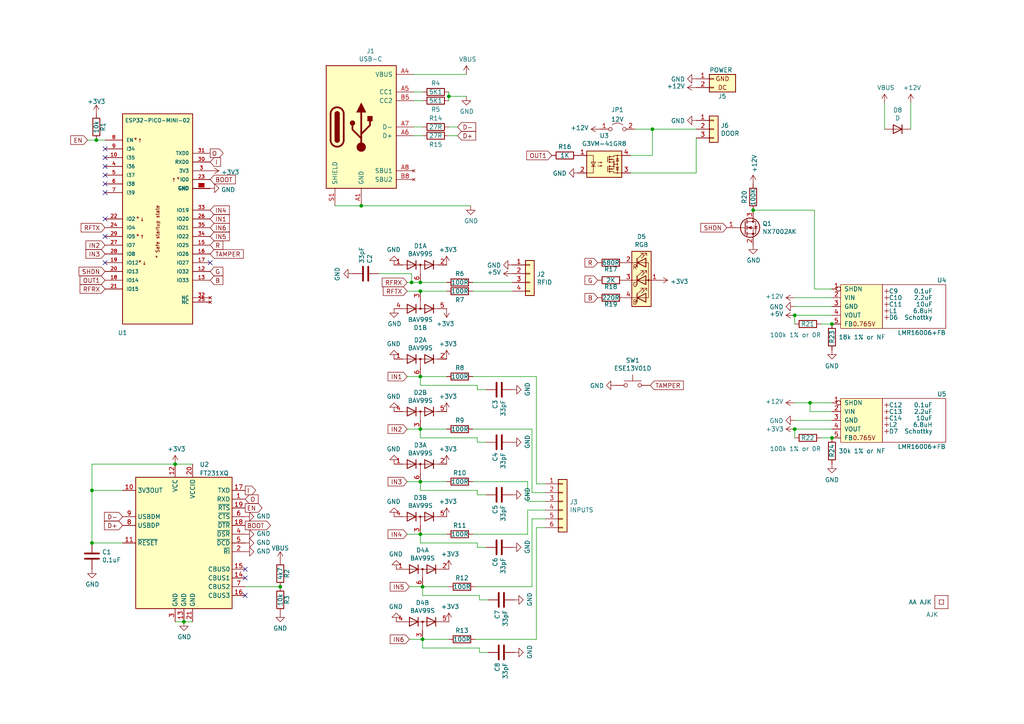
<source format=kicad_sch>
(kicad_sch (version 20211123) (generator eeschema)
  (paper "A4")
  (title_block (title "Access control") (date "${DATE}") (rev "3") (company "Adrian Kennard Andrews & Arnold Ltd") (comment 1 "@TheRealRevK") (comment 2 "www.me.uk"))
  (junction (at 121.92 124.46))
  (junction (at 122.555 170.18))
  (junction (at 104.775 59.69))
  (junction (at 241.3 127))
  (junction (at 81.28 170.18))
  (junction (at 121.92 81.915))
  (junction (at 241.3 93.98))
  (junction (at 189.23 37.465))
  (junction (at 26.67 157.48))
  (junction (at 121.92 139.7))
  (junction (at 53.34 180.34))
  (junction (at 122.555 185.42))
  (junction (at 130.175 27.94))
  (junction (at 26.67 142.24))
  (junction (at 121.92 109.22))
  (junction (at 230.505 124.46))
  (junction (at 50.8 134.62))
  (junction (at 119.38 81.915))
  (junction (at 234.95 116.84))
  (junction (at 121.92 84.455))
  (junction (at 27.94 40.64))
  (junction (at 230.505 91.44))
  (junction (at 218.44 60.96))
  (junction (at 121.92 154.94))
  (no_connect (at 71.12 167.64))
  (no_connect (at 71.12 165.1))
  (no_connect (at 71.12 172.72))
  (no_connect (at 30.48 50.8))
  (no_connect (at 30.48 43.18))
  (no_connect (at 30.48 45.72))
  (no_connect (at 30.48 48.26))
  (no_connect (at 60.96 76.2))
  (no_connect (at 30.48 53.34))
  (no_connect (at 30.48 55.88))
  (no_connect (at 30.48 63.5))
  (no_connect (at 30.48 68.58))
  (no_connect (at 30.48 76.2))
  (wire (pts (xy 122.555 187.96) (xy 139.065 187.96)))
  (wire (pts (xy 230.505 124.46) (xy 241.3 124.46)))
  (wire (pts (xy 138.43 111.76) (xy 138.43 113.03)))
  (wire (pts (xy 119.38 81.915) (xy 121.92 81.915)))
  (wire (pts (xy 137.16 154.94) (xy 153.035 154.94)))
  (wire (pts (xy 71.12 170.18) (xy 81.28 170.18)))
  (wire (pts (xy 104.775 59.69) (xy 136.525 59.69)))
  (wire (pts (xy 130.175 36.83) (xy 132.715 36.83)))
  (wire (pts (xy 122.555 170.18) (xy 130.175 170.18)))
  (wire (pts (xy 121.92 84.455) (xy 129.54 84.455)))
  (wire (pts (xy 154.305 170.18) (xy 154.305 150.495)))
  (wire (pts (xy 121.92 142.24) (xy 138.43 142.24)))
  (wire (pts (xy 201.93 40.005) (xy 201.93 50.165)))
  (wire (pts (xy 230.505 124.46) (xy 230.505 127)))
  (wire (pts (xy 121.92 109.22) (xy 129.54 109.22)))
  (wire (pts (xy 53.34 180.34) (xy 55.88 180.34)))
  (wire (pts (xy 25.4 40.64) (xy 27.94 40.64)))
  (wire (pts (xy 256.54 37.465) (xy 256.54 29.845)))
  (wire (pts (xy 26.67 142.24) (xy 26.67 134.62)))
  (wire (pts (xy 55.88 134.62) (xy 50.8 134.62)))
  (wire (pts (xy 137.16 139.7) (xy 153.035 139.7)))
  (wire (pts (xy 138.43 158.75) (xy 140.97 158.75)))
  (wire (pts (xy 230.505 91.44) (xy 241.3 91.44)))
  (wire (pts (xy 155.575 140.335) (xy 158.115 140.335)))
  (wire (pts (xy 230.505 86.36) (xy 241.3 86.36)))
  (wire (pts (xy 182.88 45.085) (xy 189.23 45.085)))
  (wire (pts (xy 121.92 139.7) (xy 129.54 139.7)))
  (wire (pts (xy 234.95 116.84) (xy 241.3 116.84)))
  (wire (pts (xy 120.015 36.83) (xy 122.555 36.83)))
  (wire (pts (xy 121.92 124.46) (xy 121.92 127)))
  (wire (pts (xy 230.505 116.84) (xy 234.95 116.84)))
  (wire (pts (xy 119.38 79.375) (xy 119.38 81.915)))
  (wire (pts (xy 230.505 121.92) (xy 241.3 121.92)))
  (wire (pts (xy 120.015 26.67) (xy 122.555 26.67)))
  (wire (pts (xy 155.575 153.035) (xy 158.115 153.035)))
  (wire (pts (xy 121.92 139.7) (xy 121.92 142.24)))
  (wire (pts (xy 130.175 39.37) (xy 132.715 39.37)))
  (wire (pts (xy 154.305 124.46) (xy 154.305 142.875)))
  (wire (pts (xy 236.22 60.96) (xy 236.22 83.82)))
  (wire (pts (xy 137.16 124.46) (xy 154.305 124.46)))
  (wire (pts (xy 137.16 109.22) (xy 155.575 109.22)))
  (wire (pts (xy 153.035 154.94) (xy 153.035 147.955)))
  (wire (pts (xy 138.43 128.27) (xy 140.97 128.27)))
  (wire (pts (xy 121.92 127) (xy 138.43 127)))
  (wire (pts (xy 234.95 116.84) (xy 234.95 119.38)))
  (wire (pts (xy 130.175 27.94) (xy 130.175 29.21)))
  (wire (pts (xy 230.505 91.44) (xy 230.505 93.98)))
  (wire (pts (xy 118.11 84.455) (xy 121.92 84.455)))
  (wire (pts (xy 182.88 50.165) (xy 201.93 50.165)))
  (wire (pts (xy 154.305 150.495) (xy 158.115 150.495)))
  (wire (pts (xy 230.505 88.9) (xy 241.3 88.9)))
  (wire (pts (xy 264.16 37.465) (xy 264.16 29.845)))
  (wire (pts (xy 118.745 185.42) (xy 122.555 185.42)))
  (wire (pts (xy 121.92 81.915) (xy 129.54 81.915)))
  (wire (pts (xy 153.035 147.955) (xy 158.115 147.955)))
  (wire (pts (xy 137.16 81.915) (xy 148.59 81.915)))
  (wire (pts (xy 138.43 142.24) (xy 138.43 143.51)))
  (wire (pts (xy 120.015 21.59) (xy 135.255 21.59)))
  (wire (pts (xy 118.11 124.46) (xy 121.92 124.46)))
  (wire (pts (xy 139.065 187.96) (xy 139.065 189.23)))
  (wire (pts (xy 122.555 172.72) (xy 139.065 172.72)))
  (wire (pts (xy 153.035 145.415) (xy 158.115 145.415)))
  (wire (pts (xy 138.43 113.03) (xy 140.97 113.03)))
  (wire (pts (xy 139.065 172.72) (xy 139.065 173.99)))
  (wire (pts (xy 26.67 134.62) (xy 50.8 134.62)))
  (wire (pts (xy 155.575 185.42) (xy 155.575 153.035)))
  (wire (pts (xy 189.23 37.465) (xy 184.15 37.465)))
  (wire (pts (xy 139.065 173.99) (xy 141.605 173.99)))
  (wire (pts (xy 138.43 143.51) (xy 140.97 143.51)))
  (wire (pts (xy 50.8 180.34) (xy 53.34 180.34)))
  (wire (pts (xy 121.92 154.94) (xy 121.92 157.48)))
  (wire (pts (xy 238.125 93.98) (xy 241.3 93.98)))
  (wire (pts (xy 139.065 189.23) (xy 141.605 189.23)))
  (wire (pts (xy 120.015 29.21) (xy 122.555 29.21)))
  (wire (pts (xy 236.22 83.82) (xy 241.3 83.82)))
  (wire (pts (xy 121.92 157.48) (xy 138.43 157.48)))
  (wire (pts (xy 122.555 185.42) (xy 130.175 185.42)))
  (wire (pts (xy 218.44 60.96) (xy 236.22 60.96)))
  (wire (pts (xy 153.035 139.7) (xy 153.035 145.415)))
  (wire (pts (xy 189.23 45.085) (xy 189.23 37.465)))
  (wire (pts (xy 109.855 79.375) (xy 119.38 79.375)))
  (wire (pts (xy 120.015 39.37) (xy 122.555 39.37)))
  (wire (pts (xy 118.745 170.18) (xy 122.555 170.18)))
  (wire (pts (xy 35.56 157.48) (xy 26.67 157.48)))
  (wire (pts (xy 135.255 27.94) (xy 130.175 27.94)))
  (wire (pts (xy 138.43 127) (xy 138.43 128.27)))
  (wire (pts (xy 121.92 109.22) (xy 121.92 111.76)))
  (wire (pts (xy 137.16 84.455) (xy 148.59 84.455)))
  (wire (pts (xy 121.92 124.46) (xy 129.54 124.46)))
  (wire (pts (xy 26.67 142.24) (xy 35.56 142.24)))
  (wire (pts (xy 122.555 170.18) (xy 122.555 172.72)))
  (wire (pts (xy 118.11 81.915) (xy 119.38 81.915)))
  (wire (pts (xy 130.175 26.67) (xy 130.175 27.94)))
  (wire (pts (xy 26.67 157.48) (xy 26.67 142.24)))
  (wire (pts (xy 137.795 185.42) (xy 155.575 185.42)))
  (wire (pts (xy 137.795 170.18) (xy 154.305 170.18)))
  (wire (pts (xy 118.11 109.22) (xy 121.92 109.22)))
  (wire (pts (xy 118.11 154.94) (xy 121.92 154.94)))
  (wire (pts (xy 121.92 111.76) (xy 138.43 111.76)))
  (wire (pts (xy 121.92 154.94) (xy 129.54 154.94)))
  (wire (pts (xy 122.555 185.42) (xy 122.555 187.96)))
  (wire (pts (xy 238.125 127) (xy 241.3 127)))
  (wire (pts (xy 189.23 37.465) (xy 201.93 37.465)))
  (wire (pts (xy 234.95 119.38) (xy 241.3 119.38)))
  (wire (pts (xy 155.575 109.22) (xy 155.575 140.335)))
  (wire (pts (xy 97.155 59.69) (xy 104.775 59.69)))
  (wire (pts (xy 154.305 142.875) (xy 158.115 142.875)))
  (wire (pts (xy 118.11 139.7) (xy 121.92 139.7)))
  (wire (pts (xy 27.94 40.64) (xy 30.48 40.64)))
  (wire (pts (xy 138.43 157.48) (xy 138.43 158.75)))
  (global_label "BOOT" (shape output) (at 71.12 152.4 0) (property "Intersheet References" "${INTERSHEET_REFS}" (effects hide)))
  (global_label "RFRX" (shape input) (at 118.11 81.915 180) (property "Intersheet References" "${INTERSHEET_REFS}" (effects hide)))
  (global_label "IN3" (shape input) (at 118.11 139.7 180) (property "Intersheet References" "${INTERSHEET_REFS}" (effects hide)))
  (global_label "I" (shape input) (at 60.96 46.99 0) (property "Intersheet References" "${INTERSHEET_REFS}" (effects hide)))
  (global_label "D+" (shape input) (at 35.56 152.4 180) (property "Intersheet References" "${INTERSHEET_REFS}" (effects hide)))
  (global_label "R" (shape input) (at 173.355 76.2 180) (property "Intersheet References" "${INTERSHEET_REFS}" (effects hide)))
  (global_label "O" (shape output) (at 60.96 44.45 0) (property "Intersheet References" "${INTERSHEET_REFS}" (effects hide)))
  (global_label "I" (shape output) (at 71.12 142.24 0) (property "Intersheet References" "${INTERSHEET_REFS}" (effects hide)))
  (global_label "G" (shape input) (at 173.355 81.28 180) (property "Intersheet References" "${INTERSHEET_REFS}" (effects hide)))
  (global_label "IN4" (shape input) (at 118.11 154.94 180) (property "Intersheet References" "${INTERSHEET_REFS}" (effects hide)))
  (global_label "IN4" (shape input) (at 60.96 60.96 0) (property "Intersheet References" "${INTERSHEET_REFS}" (effects hide)))
  (global_label "O" (shape input) (at 71.12 144.78 0) (property "Intersheet References" "${INTERSHEET_REFS}" (effects hide)))
  (global_label "EN" (shape input) (at 25.4 40.64 180) (property "Intersheet References" "${INTERSHEET_REFS}" (effects hide)))
  (global_label "IN5" (shape input) (at 118.745 170.18 180) (property "Intersheet References" "${INTERSHEET_REFS}" (effects hide)))
  (global_label "B" (shape input) (at 173.355 86.36 180) (property "Intersheet References" "${INTERSHEET_REFS}" (effects hide)))
  (global_label "BOOT" (shape input) (at 60.96 52.07 0) (property "Intersheet References" "${INTERSHEET_REFS}" (effects hide)))
  (global_label "D-" (shape input) (at 132.715 36.83 0) (property "Intersheet References" "${INTERSHEET_REFS}" (effects hide)))
  (global_label "R" (shape input) (at 60.96 71.12 0) (property "Intersheet References" "${INTERSHEET_REFS}" (effects hide)))
  (global_label "IN2" (shape input) (at 30.48 71.12 180) (property "Intersheet References" "${INTERSHEET_REFS}" (effects hide)))
  (global_label "SHDN" (shape input) (at 210.82 66.04 180) (property "Intersheet References" "${INTERSHEET_REFS}" (effects hide)))
  (global_label "OUT1" (shape input) (at 160.02 45.085 180) (property "Intersheet References" "${INTERSHEET_REFS}" (effects hide)))
  (global_label "TAMPER" (shape input) (at 188.595 111.76 0) (property "Intersheet References" "${INTERSHEET_REFS}" (effects hide)))
  (global_label "RFTX" (shape input) (at 30.48 66.04 180) (property "Intersheet References" "${INTERSHEET_REFS}" (effects hide)))
  (global_label "TAMPER" (shape input) (at 60.96 73.66 0) (property "Intersheet References" "${INTERSHEET_REFS}" (effects hide)))
  (global_label "IN1" (shape input) (at 60.96 63.5 0) (property "Intersheet References" "${INTERSHEET_REFS}" (effects hide)))
  (global_label "IN6" (shape input) (at 60.96 66.04 0) (property "Intersheet References" "${INTERSHEET_REFS}" (effects hide)))
  (global_label "G" (shape input) (at 60.96 78.74 0) (property "Intersheet References" "${INTERSHEET_REFS}" (effects hide)))
  (global_label "D+" (shape input) (at 132.715 39.37 0) (property "Intersheet References" "${INTERSHEET_REFS}" (effects hide)))
  (global_label "EN" (shape output) (at 71.12 147.32 0) (property "Intersheet References" "${INTERSHEET_REFS}" (effects hide)))
  (global_label "IN2" (shape input) (at 118.11 124.46 180) (property "Intersheet References" "${INTERSHEET_REFS}" (effects hide)))
  (global_label "IN1" (shape input) (at 118.11 109.22 180) (property "Intersheet References" "${INTERSHEET_REFS}" (effects hide)))
  (global_label "IN3" (shape input) (at 30.48 73.66 180) (property "Intersheet References" "${INTERSHEET_REFS}" (effects hide)))
  (global_label "D-" (shape input) (at 35.56 149.86 180) (property "Intersheet References" "${INTERSHEET_REFS}" (effects hide)))
  (global_label "OUT1" (shape input) (at 30.48 81.28 180) (property "Intersheet References" "${INTERSHEET_REFS}" (effects hide)))
  (global_label "RFRX" (shape input) (at 30.48 83.82 180) (property "Intersheet References" "${INTERSHEET_REFS}" (effects hide)))
  (global_label "B" (shape input) (at 60.96 81.28 0) (property "Intersheet References" "${INTERSHEET_REFS}" (effects hide)))
  (global_label "IN6" (shape input) (at 118.745 185.42 180) (property "Intersheet References" "${INTERSHEET_REFS}" (effects hide)))
  (global_label "SHDN" (shape input) (at 30.48 78.74 180) (property "Intersheet References" "${INTERSHEET_REFS}" (effects hide)))
  (global_label "IN5" (shape input) (at 60.96 68.58 0) (property "Intersheet References" "${INTERSHEET_REFS}" (effects hide)))
  (global_label "RFTX" (shape input) (at 118.11 84.455 180) (property "Intersheet References" "${INTERSHEET_REFS}" (effects hide)))
  (symbol (lib_id "RevK:USB-C") (at 104.775 36.83 0) (unit 1)
    (property "Reference" "J1" (at 107.4928 14.8082 0))
    (property "Value" "USB-C" (at 107.4928 17.1196 0))
    (property "Footprint" "RevK:USC16-TR-Round" (effects hide))
    (property "Datasheet" "https://www.usb.org/sites/default/files/documents/usb_type-c.zip" (effects hide))
  )
  (symbol (lib_id "Device:R") (at 126.365 26.67 90) (unit 1)
    (property "Reference" "R4" (at 126.365 24.13 90))
    (property "Value" "5K1" (at 126.365 26.67 90))
    (property "Footprint" "RevK:R_0603" (effects hide))
  )
  (symbol (lib_id "power:GND") (at 136.525 59.69 0) (unit 1)
    (property "Reference" "#PWR032" (effects hide))
    (property "Value" "GND" (at 136.652 64.0842 0))
  )
  (symbol (lib_id "Device:R") (at 126.365 29.21 270) (unit 1)
    (property "Reference" "R5" (at 126.365 31.75 90))
    (property "Value" "5K1" (at 126.365 29.21 90))
    (property "Footprint" "RevK:R_0603" (effects hide))
  )
  (symbol (lib_id "RevK:AJK") (at 260.35 174.625 0) (unit 1)
    (property "Reference" "AJK1" (effects hide))
    (property "Value" "AJK" (at 266.7 174.625 0) (effects (justify left)))
    (property "Footprint" "RevK:AJK" (effects hide))
    (property "Note" "Non part, PCB printed" (effects hide))
  )
  (symbol (lib_id "Connector_Generic:Conn_01x04") (at 153.67 79.375 0) (unit 1)
    (property "Reference" "J2" (at 155.702 79.5782 0) (effects (justify left)))
    (property "Value" "RFID" (at 155.702 81.8896 0) (effects (justify left)))
    (property "Footprint" "RevK:Molex_MiniSPOX_H4RA" (effects hide))
  )
  (symbol (lib_id "RevK:PowerIn") (at 207.01 22.86 0) (unit 1)
    (property "Reference" "J5" (at 208.28 27.94 0) (effects (justify left)))
    (property "Value" "POWER" (at 205.74 20.32 0) (effects (justify left)))
    (property "Footprint" "RevK:Molex_MiniSPOX_H2RA" (effects hide))
  )
  (symbol (lib_id "power:GND") (at 148.59 76.835 270) (unit 1)
    (property "Reference" "#PWR033" (effects hide))
    (property "Value" "GND" (at 145.3388 76.962 90) (effects (justify right)))
  )
  (symbol (lib_id "power:GND") (at 201.93 22.86 270) (unit 1)
    (property "Reference" "#PWR045" (effects hide))
    (property "Value" "GND" (at 198.6788 22.987 90) (effects (justify right)))
  )
  (symbol (lib_id "power:+5V") (at 148.59 79.375 90) (unit 1)
    (property "Reference" "#PWR034" (effects hide))
    (property "Value" "+5V" (at 145.3388 78.994 90) (effects (justify left)))
  )
  (symbol (lib_id "power:GND") (at 167.64 50.165 270) (unit 1)
    (property "Reference" "#PWR041" (effects hide))
    (property "Value" "GND" (at 164.3888 50.292 90) (effects (justify right)))
  )
  (symbol (lib_id "Device:R") (at 163.83 45.085 270) (unit 1)
    (property "Reference" "R16" (at 163.83 42.545 90))
    (property "Value" "1K" (at 163.83 45.085 90))
    (property "Footprint" "RevK:R_0603" (effects hide))
  )
  (symbol (lib_id "power:GND") (at 218.44 71.12 0) (unit 1)
    (property "Reference" "#PWR049" (effects hide))
    (property "Value" "GND" (at 218.567 75.5142 0))
  )
  (symbol (lib_id "power:GND") (at 53.34 180.34 0) (unit 1)
    (property "Reference" "#PWR04" (effects hide))
    (property "Value" "GND" (at 53.467 184.7342 0))
  )
  (symbol (lib_id "power:+3.3V") (at 50.8 134.62 0) (unit 1)
    (property "Reference" "#PWR03" (effects hide))
    (property "Value" "+3.3V" (at 51.181 130.2258 0))
  )
  (symbol (lib_id "power:GND") (at 71.12 149.86 90) (unit 1)
    (property "Reference" "#PWR07" (effects hide))
    (property "Value" "GND" (at 74.3712 149.733 90) (effects (justify right)))
  )
  (symbol (lib_id "power:GND") (at 71.12 154.94 90) (unit 1)
    (property "Reference" "#PWR08" (effects hide))
    (property "Value" "GND" (at 74.3712 154.813 90) (effects (justify right)))
  )
  (symbol (lib_id "power:GND") (at 71.12 157.48 90) (unit 1)
    (property "Reference" "#PWR09" (effects hide))
    (property "Value" "GND" (at 74.3712 157.353 90) (effects (justify right)))
  )
  (symbol (lib_id "power:GND") (at 71.12 160.02 90) (unit 1)
    (property "Reference" "#PWR010" (effects hide))
    (property "Value" "GND" (at 74.3712 159.893 90) (effects (justify right)))
  )
  (symbol (lib_id "RevK:G3VM-41GR8") (at 175.26 47.625 0) (unit 1)
    (property "Reference" "U3" (at 175.26 39.37 0))
    (property "Value" "G3VM-41GR8" (at 175.26 41.6814 0))
    (property "Footprint" "RevK:Special-SOP-4-3.7x4.55" (effects hide))
    (property "Datasheet" "https://toshiba.semicon-storage.com/info/docget.jsp?did=1284&prodName=TLP3542" (effects hide))
  )
  (symbol (lib_id "Device:R") (at 126.365 36.83 270) (unit 1)
    (property "Reference" "R14" (at 126.365 34.29 90))
    (property "Value" "27R" (at 126.365 36.83 90))
    (property "Footprint" "RevK:R_0603" (effects hide))
  )
  (symbol (lib_id "Device:R") (at 126.365 39.37 270) (unit 1)
    (property "Reference" "R15" (at 126.365 41.91 90))
    (property "Value" "27R" (at 126.365 39.37 90))
    (property "Footprint" "RevK:R_0603" (effects hide))
  )
  (symbol (lib_id "Connector_Generic:Conn_01x03") (at 207.01 37.465 0) (unit 1)
    (property "Reference" "J6" (at 209.042 36.3982 0) (effects (justify left)))
    (property "Value" "DOOR" (at 209.042 38.7096 0) (effects (justify left)))
    (property "Footprint" "RevK:Molex_MiniSPOX_H3RA" (effects hide))
  )
  (symbol (lib_id "Connector_Generic:Conn_01x06") (at 163.195 145.415 0) (unit 1)
    (property "Reference" "J3" (at 165.227 145.6182 0) (effects (justify left)))
    (property "Value" "INPUTS" (at 165.227 147.9296 0) (effects (justify left)))
    (property "Footprint" "RevK:Molex_MiniSPOX_H6RA" (effects hide))
  )
  (symbol (lib_id "power:+12V") (at 201.93 25.4 90) (unit 1)
    (property "Reference" "#PWR046" (effects hide))
    (property "Value" "+12V" (at 198.6788 25.019 90) (effects (justify left)))
  )
  (symbol (lib_id "power:+12V") (at 173.99 37.465 90) (unit 1)
    (property "Reference" "#PWR042" (effects hide))
    (property "Value" "+12V" (at 170.7388 37.084 90) (effects (justify left)))
  )
  (symbol (lib_id "power:+12V") (at 264.16 29.845 0) (unit 1)
    (property "Reference" "#PWR059" (effects hide))
    (property "Value" "+12V" (at 264.541 25.4508 0))
  )
  (symbol (lib_id "Device:D") (at 260.35 37.465 180) (unit 1)
    (property "Reference" "D8" (at 260.35 31.9532 0))
    (property "Value" "D" (at 260.35 34.2646 0))
    (property "Footprint" "RevK:D_1206" (effects hide))
  )
  (symbol (lib_id "power:VBUS") (at 256.54 29.845 0) (unit 1)
    (property "Reference" "#PWR058" (effects hide))
    (property "Value" "VBUS" (at 256.921 25.4508 0))
  )
  (symbol (lib_id "power:GND") (at 201.93 34.925 270) (unit 1)
    (property "Reference" "#PWR047" (effects hide))
    (property "Value" "GND" (at 198.6788 35.052 90) (effects (justify right)))
  )
  (symbol (lib_id "RevK:QR") (at 273.05 174.625 0) (unit 1) (in_bom no)
    (property "Reference" "U7" (effects hide))
    (property "Value" "QR" (effects hide))
    (property "Footprint" "RevK:QR-SS" (effects hide))
    (property "Note" "Non part, PCB printed" (effects hide))
  )
  (symbol (lib_id "Device:C") (at 26.67 161.29 0) (unit 1)
    (property "Reference" "C1" (at 29.591 160.1216 0) (effects (justify left)))
    (property "Value" "0.1uF" (at 29.591 162.433 0) (effects (justify left)))
    (property "Footprint" "RevK:C_0603" (effects hide))
  )
  (symbol (lib_id "power:GND") (at 26.67 165.1 0) (unit 1)
    (property "Reference" "#PWR01" (effects hide))
    (property "Value" "GND" (at 26.797 169.4942 0))
  )
  (symbol (lib_id "power:+12V") (at 230.505 116.84 90) (unit 1)
    (property "Reference" "#PWR053" (effects hide))
    (property "Value" "+12V" (at 227.2538 116.459 90) (effects (justify left)))
  )
  (symbol (lib_id "power:+12V") (at 230.505 86.36 90) (unit 1)
    (property "Reference" "#PWR050" (effects hide))
    (property "Value" "+12V" (at 227.2538 85.979 90) (effects (justify left)))
  )
  (symbol (lib_id "power:+5V") (at 230.505 91.44 90) (unit 1)
    (property "Reference" "#PWR052" (effects hide))
    (property "Value" "+5V" (at 227.2538 91.059 90) (effects (justify left)))
  )
  (symbol (lib_id "Switch:SW_Push") (at 183.515 111.76 0) (unit 1)
    (property "Reference" "SW1" (at 183.515 104.521 0))
    (property "Value" "ESE13V01D" (at 183.515 106.8324 0))
    (property "Footprint" "RevK:ESE13" (effects hide))
    (property "Datasheet" "https://docs.rs-online.com/73f9/0900766b810acfc9.pdf" (effects hide))
  )
  (symbol (lib_id "power:GND") (at 178.435 111.76 270) (unit 1)
    (property "Reference" "#PWR043" (effects hide))
    (property "Value" "GND" (at 175.1838 111.887 90) (effects (justify right)))
  )
  (symbol (lib_id "Device:R") (at 218.44 57.15 180) (unit 1)
    (property "Reference" "R20" (at 215.9 57.15 90))
    (property "Value" "100K" (at 218.44 57.15 90))
    (property "Footprint" "RevK:R_0603" (effects hide))
  )
  (symbol (lib_id "power:+12V") (at 218.44 53.34 0) (unit 1)
    (property "Reference" "#PWR048" (effects hide))
    (property "Value" "+12V" (at 218.821 50.0888 90) (effects (justify left)))
  )
  (symbol (lib_id "Device:R") (at 133.35 84.455 270) (unit 1)
    (property "Reference" "R7" (at 133.35 86.995 90))
    (property "Value" "100R" (at 133.35 84.455 90))
    (property "Footprint" "RevK:R_0603" (effects hide))
  )
  (symbol (lib_id "Device:R") (at 133.35 81.915 270) (unit 1)
    (property "Reference" "R6" (at 133.35 79.375 90))
    (property "Value" "100R" (at 133.35 81.915 90))
    (property "Footprint" "RevK:R_0603" (effects hide))
  )
  (symbol (lib_id "Diode:BAV99S") (at 121.92 76.835 0) (unit 1)
    (property "Reference" "D1" (at 121.92 71.3232 0))
    (property "Value" "BAV99S" (at 121.92 73.6346 0))
    (property "Footprint" "Package_TO_SOT_SMD:SOT-363_SC-70-6" (effects hide))
    (property "Datasheet" "https://assets.nexperia.com/documents/data-sheet/BAV99_SER.pdf" (effects hide))
  )
  (symbol (lib_id "Device:R") (at 133.35 109.22 270) (unit 1)
    (property "Reference" "R8" (at 133.35 106.68 90))
    (property "Value" "100R" (at 133.35 109.22 90))
    (property "Footprint" "RevK:R_0603" (effects hide))
  )
  (symbol (lib_id "Diode:BAV99S") (at 121.92 104.14 0) (unit 1)
    (property "Reference" "D2" (at 121.92 98.6282 0))
    (property "Value" "BAV99S" (at 121.92 100.9396 0))
    (property "Footprint" "Package_TO_SOT_SMD:SOT-363_SC-70-6" (effects hide))
    (property "Datasheet" "https://assets.nexperia.com/documents/data-sheet/BAV99_SER.pdf" (effects hide))
  )
  (symbol (lib_id "power:+3.3V") (at 129.54 104.14 0) (unit 1)
    (property "Reference" "#PWR024" (effects hide))
    (property "Value" "+3.3V" (at 129.921 99.7458 0))
  )
  (symbol (lib_id "Device:R") (at 133.35 124.46 270) (unit 1)
    (property "Reference" "R9" (at 133.35 121.92 90))
    (property "Value" "100R" (at 133.35 124.46 90))
    (property "Footprint" "RevK:R_0603" (effects hide))
  )
  (symbol (lib_id "Diode:BAV99S") (at 121.92 119.38 0) (unit 2)
    (property "Reference" "D2" (at 121.92 113.8682 0))
    (property "Value" "BAV99S" (at 121.92 116.1796 0))
    (property "Footprint" "Package_TO_SOT_SMD:SOT-363_SC-70-6" (effects hide))
    (property "Datasheet" "https://assets.nexperia.com/documents/data-sheet/BAV99_SER.pdf" (effects hide))
  )
  (symbol (lib_id "power:+3.3V") (at 129.54 119.38 0) (unit 1)
    (property "Reference" "#PWR025" (effects hide))
    (property "Value" "+3.3V" (at 129.921 114.9858 0))
  )
  (symbol (lib_id "power:GND") (at 114.3 119.38 180) (unit 1)
    (property "Reference" "#PWR017" (effects hide))
    (property "Value" "GND" (at 114.173 114.9858 0))
  )
  (symbol (lib_id "Diode:BAV99S") (at 121.92 89.535 0) (mirror x) (unit 2)
    (property "Reference" "D1" (at 121.92 95.0468 0))
    (property "Value" "BAV99S" (at 121.92 92.7354 0))
    (property "Footprint" "Package_TO_SOT_SMD:SOT-363_SC-70-6" (effects hide))
    (property "Datasheet" "https://assets.nexperia.com/documents/data-sheet/BAV99_SER.pdf" (effects hide))
  )
  (symbol (lib_id "power:+3.3V") (at 129.54 76.835 0) (unit 1)
    (property "Reference" "#PWR022" (effects hide))
    (property "Value" "+3.3V" (at 129.921 72.4408 0))
  )
  (symbol (lib_id "power:+3.3V") (at 129.54 89.535 180) (unit 1)
    (property "Reference" "#PWR023" (effects hide))
    (property "Value" "+3.3V" (at 129.159 93.9292 0))
  )
  (symbol (lib_id "power:GND") (at 114.3 89.535 0) (unit 1)
    (property "Reference" "#PWR015" (effects hide))
    (property "Value" "GND" (at 114.427 93.9292 0))
  )
  (symbol (lib_id "power:GND") (at 114.3 76.835 180) (unit 1)
    (property "Reference" "#PWR014" (effects hide))
    (property "Value" "GND" (at 114.173 72.4408 0))
  )
  (symbol (lib_id "RevK:AA") (at 262.89 174.625 0) (unit 1)
    (property "Reference" "U6" (effects hide))
    (property "Value" "AA" (at 263.525 174.625 0) (effects (justify left)))
    (property "Footprint" "RevK:AA" (effects hide))
    (property "Note" "Non part, PCB printed" (effects hide))
  )
  (symbol (lib_id "Device:R") (at 177.165 86.36 270) (unit 1)
    (property "Reference" "R19" (at 177.165 88.265 90))
    (property "Value" "220R" (at 177.165 86.36 90))
    (property "Footprint" "RevK:R_0603" (effects hide))
  )
  (symbol (lib_id "power:+3.3V") (at 191.135 81.28 270) (unit 1)
    (property "Reference" "#PWR044" (effects hide))
    (property "Value" "+3.3V" (at 194.3862 81.661 90) (effects (justify left)))
  )
  (symbol (lib_id "Device:C") (at 144.78 113.03 90) (mirror x) (unit 1)
    (property "Reference" "C3" (at 143.6116 115.951 0) (effects (justify left)))
    (property "Value" "33pF" (at 145.923 115.951 0) (effects (justify left)))
    (property "Footprint" "RevK:C_0603" (effects hide))
  )
  (symbol (lib_id "power:GND") (at 148.59 113.03 90) (unit 1)
    (property "Reference" "#PWR035" (effects hide))
    (property "Value" "GND" (at 152.9842 112.903 0))
  )
  (symbol (lib_id "Device:R") (at 133.35 139.7 270) (unit 1)
    (property "Reference" "R10" (at 133.35 137.16 90))
    (property "Value" "100R" (at 133.35 139.7 90))
    (property "Footprint" "RevK:R_0603" (effects hide))
  )
  (symbol (lib_id "Diode:BAV99S") (at 121.92 134.62 0) (unit 1)
    (property "Reference" "D3" (at 121.92 129.1082 0))
    (property "Value" "BAV99S" (at 121.92 131.4196 0))
    (property "Footprint" "Package_TO_SOT_SMD:SOT-363_SC-70-6" (effects hide))
    (property "Datasheet" "https://assets.nexperia.com/documents/data-sheet/BAV99_SER.pdf" (effects hide))
  )
  (symbol (lib_id "power:+3.3V") (at 129.54 134.62 0) (unit 1)
    (property "Reference" "#PWR026" (effects hide))
    (property "Value" "+3.3V" (at 129.921 130.2258 0))
  )
  (symbol (lib_id "power:GND") (at 114.3 134.62 180) (unit 1)
    (property "Reference" "#PWR018" (effects hide))
    (property "Value" "GND" (at 114.173 130.2258 0))
  )
  (symbol (lib_id "Device:R") (at 133.35 154.94 270) (unit 1)
    (property "Reference" "R11" (at 133.35 152.4 90))
    (property "Value" "100R" (at 133.35 154.94 90))
    (property "Footprint" "RevK:R_0603" (effects hide))
  )
  (symbol (lib_id "Diode:BAV99S") (at 121.92 149.86 0) (unit 2)
    (property "Reference" "D3" (at 121.92 144.3482 0))
    (property "Value" "BAV99S" (at 121.92 146.6596 0))
    (property "Footprint" "Package_TO_SOT_SMD:SOT-363_SC-70-6" (effects hide))
    (property "Datasheet" "https://assets.nexperia.com/documents/data-sheet/BAV99_SER.pdf" (effects hide))
  )
  (symbol (lib_id "power:+3.3V") (at 129.54 149.86 0) (unit 1)
    (property "Reference" "#PWR027" (effects hide))
    (property "Value" "+3.3V" (at 129.921 145.4658 0))
  )
  (symbol (lib_id "power:GND") (at 114.3 149.86 180) (unit 1)
    (property "Reference" "#PWR019" (effects hide))
    (property "Value" "GND" (at 114.173 145.4658 0))
  )
  (symbol (lib_id "Device:R") (at 133.985 170.18 270) (unit 1)
    (property "Reference" "R12" (at 133.985 167.64 90))
    (property "Value" "100R" (at 133.985 170.18 90))
    (property "Footprint" "RevK:R_0603" (effects hide))
  )
  (symbol (lib_id "Diode:BAV99S") (at 122.555 165.1 0) (unit 1)
    (property "Reference" "D4" (at 122.555 159.5882 0))
    (property "Value" "BAV99S" (at 122.555 161.8996 0))
    (property "Footprint" "Package_TO_SOT_SMD:SOT-363_SC-70-6" (effects hide))
    (property "Datasheet" "https://assets.nexperia.com/documents/data-sheet/BAV99_SER.pdf" (effects hide))
  )
  (symbol (lib_id "power:+3.3V") (at 130.175 165.1 0) (unit 1)
    (property "Reference" "#PWR028" (effects hide))
    (property "Value" "+3.3V" (at 130.556 160.7058 0))
  )
  (symbol (lib_id "power:GND") (at 114.935 165.1 180) (unit 1)
    (property "Reference" "#PWR020" (effects hide))
    (property "Value" "GND" (at 114.808 160.7058 0))
  )
  (symbol (lib_id "Device:R") (at 133.985 185.42 270) (unit 1)
    (property "Reference" "R13" (at 133.985 182.88 90))
    (property "Value" "100R" (at 133.985 185.42 90))
    (property "Footprint" "RevK:R_0603" (effects hide))
  )
  (symbol (lib_id "Diode:BAV99S") (at 122.555 180.34 0) (unit 2)
    (property "Reference" "D4" (at 122.555 174.8282 0))
    (property "Value" "BAV99S" (at 122.555 177.1396 0))
    (property "Footprint" "Package_TO_SOT_SMD:SOT-363_SC-70-6" (effects hide))
    (property "Datasheet" "https://assets.nexperia.com/documents/data-sheet/BAV99_SER.pdf" (effects hide))
  )
  (symbol (lib_id "power:+3.3V") (at 130.175 180.34 0) (unit 1)
    (property "Reference" "#PWR029" (effects hide))
    (property "Value" "+3.3V" (at 130.556 175.9458 0))
  )
  (symbol (lib_id "power:GND") (at 114.935 180.34 180) (unit 1)
    (property "Reference" "#PWR021" (effects hide))
    (property "Value" "GND" (at 114.808 175.9458 0))
  )
  (symbol (lib_id "Device:C") (at 144.78 128.27 90) (mirror x) (unit 1)
    (property "Reference" "C4" (at 143.6116 131.191 0) (effects (justify left)))
    (property "Value" "33pF" (at 145.923 131.191 0) (effects (justify left)))
    (property "Footprint" "RevK:C_0603" (effects hide))
  )
  (symbol (lib_id "power:GND") (at 148.59 128.27 90) (unit 1)
    (property "Reference" "#PWR036" (effects hide))
    (property "Value" "GND" (at 152.9842 128.143 0))
  )
  (symbol (lib_id "Device:C") (at 144.78 143.51 90) (mirror x) (unit 1)
    (property "Reference" "C5" (at 143.6116 146.431 0) (effects (justify left)))
    (property "Value" "33pF" (at 145.923 146.431 0) (effects (justify left)))
    (property "Footprint" "RevK:C_0603" (effects hide))
  )
  (symbol (lib_id "power:GND") (at 148.59 143.51 90) (unit 1)
    (property "Reference" "#PWR037" (effects hide))
    (property "Value" "GND" (at 152.9842 143.383 0))
  )
  (symbol (lib_id "Device:C") (at 144.78 158.75 90) (mirror x) (unit 1)
    (property "Reference" "C6" (at 143.6116 161.671 0) (effects (justify left)))
    (property "Value" "33pF" (at 145.923 161.671 0) (effects (justify left)))
    (property "Footprint" "RevK:C_0603" (effects hide))
  )
  (symbol (lib_id "power:GND") (at 148.59 158.75 90) (unit 1)
    (property "Reference" "#PWR038" (effects hide))
    (property "Value" "GND" (at 152.9842 158.623 0))
  )
  (symbol (lib_id "Device:C") (at 145.415 173.99 90) (mirror x) (unit 1)
    (property "Reference" "C7" (at 144.2466 176.911 0) (effects (justify left)))
    (property "Value" "33pF" (at 146.558 176.911 0) (effects (justify left)))
    (property "Footprint" "RevK:C_0603" (effects hide))
  )
  (symbol (lib_id "power:GND") (at 149.225 173.99 90) (unit 1)
    (property "Reference" "#PWR039" (effects hide))
    (property "Value" "GND" (at 153.6192 173.863 0))
  )
  (symbol (lib_id "Device:C") (at 145.415 189.23 90) (mirror x) (unit 1)
    (property "Reference" "C8" (at 144.2466 192.151 0) (effects (justify left)))
    (property "Value" "33pF" (at 146.558 192.151 0) (effects (justify left)))
    (property "Footprint" "RevK:C_0603" (effects hide))
  )
  (symbol (lib_id "power:GND") (at 149.225 189.23 90) (unit 1)
    (property "Reference" "#PWR040" (effects hide))
    (property "Value" "GND" (at 153.6192 189.103 0))
  )
  (symbol (lib_id "Device:C") (at 106.045 79.375 270) (mirror x) (unit 1)
    (property "Reference" "C2" (at 107.2134 76.454 0) (effects (justify left)))
    (property "Value" "33pF" (at 104.902 76.454 0) (effects (justify left)))
    (property "Footprint" "RevK:C_0603" (effects hide))
  )
  (symbol (lib_id "power:GND") (at 102.235 79.375 270) (unit 1)
    (property "Reference" "#PWR013" (effects hide))
    (property "Value" "GND" (at 97.8408 79.502 0))
  )
  (symbol (lib_id "Device:LED_ARGB") (at 186.055 81.28 0) (unit 1)
    (property "Reference" "D5" (at 186.055 68.6562 0))
    (property "Value" "RGB" (at 186.055 70.9676 0))
    (property "Footprint" "RevK:LED-RGB-1.6x1.6" (effects hide))
    (property "Manufacturer" "Kingbright" (effects hide))
    (property "Part No" "APTF1616LSEEZGKQBKC" (effects hide))
  )
  (symbol (lib_id "Device:R") (at 177.165 76.2 270) (unit 1)
    (property "Reference" "R17" (at 177.165 78.105 90))
    (property "Value" "680R" (at 177.165 76.2 90))
    (property "Footprint" "RevK:R_0603" (effects hide))
  )
  (symbol (lib_id "Device:R") (at 177.165 81.28 270) (unit 1)
    (property "Reference" "R18" (at 177.165 83.185 90))
    (property "Value" "2K" (at 177.165 81.28 90))
    (property "Footprint" "RevK:R_0603" (effects hide))
  )
  (symbol (lib_id "Device:Q_NMOS_GSD") (at 215.9 66.04 0) (unit 1)
    (property "Reference" "Q1" (at 221.107 64.8716 0) (effects (justify left)))
    (property "Value" "NX7002AK" (at 221.107 67.183 0) (effects (justify left)))
    (property "Footprint" "Package_TO_SOT_SMD:SOT-23" (effects hide))
    (property "Manufacturer" "Nexperia" (effects hide))
    (property "Part No" "NX7002AK" (effects hide))
  )
  (symbol (lib_id "power:VBUS") (at 135.255 21.59 0) (unit 1)
    (property "Reference" "#PWR030" (effects hide))
    (property "Value" "VBUS" (at 135.636 17.1958 0))
  )
  (symbol (lib_id "power:GND") (at 135.255 27.94 0) (unit 1)
    (property "Reference" "#PWR031" (effects hide))
    (property "Value" "GND" (at 135.382 32.3342 0))
  )
  (symbol (lib_id "power:GND") (at 114.3 104.14 180) (unit 1)
    (property "Reference" "#PWR016" (effects hide))
    (property "Value" "GND" (at 114.173 99.7458 0))
  )
  (symbol (lib_id "RevK:Hidden") (at 257.175 84.455 0) (unit 1)
    (property "Reference" "C9" (at 257.81 84.455 0) (effects (justify left)))
    (property "Value" "0.1uF" (at 270.51 84.455 0) (effects (justify right)))
    (property "Footprint" "RevK:Hidden" (effects hide))
    (property "Note" "X7R or X5R 0603" (effects hide))
  )
  (symbol (lib_id "RevK:Hidden") (at 257.175 86.36 0) (unit 1)
    (property "Reference" "C10" (at 257.81 86.36 0) (effects (justify left)))
    (property "Value" "2.2uF" (at 270.51 86.36 0) (effects (justify right)))
    (property "Footprint" "RevK:Hidden" (effects hide))
    (property "Note" "0603 or 0805" (effects hide))
  )
  (symbol (lib_id "RevK:Hidden") (at 257.175 88.265 0) (unit 1)
    (property "Reference" "C11" (at 257.81 88.265 0) (effects (justify left)))
    (property "Value" "10uF" (at 270.51 88.265 0) (effects (justify right)))
    (property "Footprint" "RevK:Hidden" (effects hide))
    (property "Note" "0603 or 0805" (effects hide))
  )
  (symbol (lib_id "RevK:Hidden") (at 257.175 90.17 0) (unit 1)
    (property "Reference" "L1" (at 257.81 90.17 0) (effects (justify left)))
    (property "Value" "6.8uH" (at 270.51 90.17 0) (effects (justify right)))
    (property "Footprint" "RevK:Hidden" (effects hide))
    (property "Datasheet" "https://www.mouser.co.uk/datasheet/2/987/Laird_Performance_TYA4020_series__Rev_A_-1877538.pdf" (effects hide))
    (property "Manufacturer" "Laird" (effects hide))
    (property "Part No" "TYA4020" (effects hide))
  )
  (symbol (lib_id "RevK:Hidden") (at 257.175 92.075 0) (unit 1)
    (property "Reference" "D6" (at 257.81 92.075 0) (effects (justify left)))
    (property "Value" "Schottky" (at 270.51 92.075 0) (effects (justify right)))
    (property "Footprint" "RevK:Hidden" (effects hide))
    (property "Datasheet" "https://www.mouser.co.uk/datasheet/2/54/CD1206-B220_B2100-777245.pdf" (effects hide))
    (property "Manufacturer" "Bourns" (effects hide))
    (property "Part No" "CD1206-B2100" (effects hide))
  )
  (symbol (lib_id "RevK:Hidden") (at 257.175 117.475 0) (unit 1)
    (property "Reference" "C12" (at 257.81 117.475 0) (effects (justify left)))
    (property "Value" "0.1uF" (at 270.51 117.475 0) (effects (justify right)))
    (property "Footprint" "RevK:Hidden" (effects hide))
    (property "Note" "X7R or X5R 0603" (effects hide))
  )
  (symbol (lib_id "RevK:Hidden") (at 257.175 119.38 0) (unit 1)
    (property "Reference" "C13" (at 257.81 119.38 0) (effects (justify left)))
    (property "Value" "2.2uF" (at 270.51 119.38 0) (effects (justify right)))
    (property "Footprint" "RevK:Hidden" (effects hide))
    (property "Note" "0603 or 0805" (effects hide))
  )
  (symbol (lib_id "RevK:Hidden") (at 257.175 121.285 0) (unit 1)
    (property "Reference" "C14" (at 257.81 121.285 0) (effects (justify left)))
    (property "Value" "10uF" (at 270.51 121.285 0) (effects (justify right)))
    (property "Footprint" "RevK:Hidden" (effects hide))
    (property "Note" "0603 or 0805" (effects hide))
  )
  (symbol (lib_id "RevK:Hidden") (at 257.175 123.19 0) (unit 1)
    (property "Reference" "L2" (at 257.81 123.19 0) (effects (justify left)))
    (property "Value" "6.8uH" (at 270.51 123.19 0) (effects (justify right)))
    (property "Footprint" "RevK:Hidden" (effects hide))
    (property "Datasheet" "https://www.mouser.co.uk/datasheet/2/987/Laird_Performance_TYA4020_series__Rev_A_-1877538.pdf" (effects hide))
    (property "Manufacturer" "Laird" (effects hide))
    (property "Part No" "TYA4020" (effects hide))
  )
  (symbol (lib_id "RevK:Hidden") (at 257.175 125.095 0) (unit 1)
    (property "Reference" "D7" (at 257.81 125.095 0) (effects (justify left)))
    (property "Value" "Schottky" (at 270.51 125.095 0) (effects (justify right)))
    (property "Footprint" "RevK:Hidden" (effects hide))
    (property "Datasheet" "https://www.mouser.co.uk/datasheet/2/54/CD1206-B220_B2100-777245.pdf" (effects hide))
    (property "Manufacturer" "Bourns" (effects hide))
    (property "Part No" "CD1206-B2100" (effects hide))
  )
  (symbol (lib_name "LMR16006+FB_1") (lib_id "RevK:LMR16006+FB") (at 241.3 116.84 0) (unit 1)
    (property "Reference" "U5" (at 271.78 114.3 0) (effects (justify left)))
    (property "Value" "LMR16006+FB" (at 260.35 129.54 0) (effects (justify left)))
    (property "Footprint" "RevK:SOT-23-Thin-6-Reg" (effects hide))
    (property "Manufacturer" "TI" (effects hide))
    (property "Part No" "LMR16006YQ3" (effects hide))
  )
  (symbol (lib_id "Device:R") (at 234.315 93.98 90) (unit 1)
    (property "Reference" "R21" (at 236.22 93.98 90) (effects (justify left)))
    (property "Value" "100k 1% or 0R" (at 238.125 97.155 90) (effects (justify left)))
    (property "Footprint" "RevK:R_0603" (effects hide))
  )
  (symbol (lib_id "Device:R") (at 234.315 127 90) (unit 1)
    (property "Reference" "R22" (at 236.22 127 90) (effects (justify left)))
    (property "Value" "100k 1% or 0R" (at 238.125 130.175 90) (effects (justify left)))
    (property "Footprint" "RevK:R_0603" (effects hide))
  )
  (symbol (lib_id "Device:R") (at 81.28 166.37 0) (unit 1)
    (property "Reference" "R2" (at 83.185 166.37 90))
    (property "Value" "4k7" (at 81.28 166.37 90))
    (property "Footprint" "RevK:R_0603" (effects hide))
  )
  (symbol (lib_id "Device:R") (at 27.94 36.83 0) (unit 1)
    (property "Reference" "R1" (at 29.845 36.83 90))
    (property "Value" "10k" (at 27.94 36.83 90))
    (property "Footprint" "RevK:R_0603" (effects hide))
  )
  (symbol (lib_id "power:VBUS") (at 81.28 162.56 0) (unit 1)
    (property "Reference" "#PWR011" (effects hide))
    (property "Value" "VBUS" (at 81.28 158.9842 0))
  )
  (symbol (lib_id "RevK:AJK") (at 267.97 177.8 0) (unit 1) (in_bom no)
    (property "Reference" "Logo1" (effects hide))
    (property "Value" "AJK" (at 268.605 178.2338 0) (effects (justify left)))
    (property "Footprint" "RevK:AJK" (effects hide))
    (property "Note" "Non part, PCB printed" (effects hide))
  )
  (symbol (lib_id "power:+3.3V") (at 230.505 124.46 90) (unit 1)
    (property "Reference" "#PWR055" (effects hide))
    (property "Value" "+3.3V" (at 227.33 124.46 90) (effects (justify left)))
  )
  (symbol (lib_id "power:GND") (at 241.3 134.62 0) (unit 1)
    (property "Reference" "#PWR057" (effects hide))
    (property "Value" "GND" (at 241.3 139.1825 0))
  )
  (symbol (lib_id "power:GND") (at 241.3 101.6 0) (unit 1)
    (property "Reference" "#PWR056" (effects hide))
    (property "Value" "GND" (at 241.3 106.1625 0))
  )
  (symbol (lib_id "power:GND") (at 230.505 88.9 270) (unit 1)
    (property "Reference" "#PWR051" (effects hide))
    (property "Value" "GND" (at 227.2538 89.027 90) (effects (justify right)))
  )
  (symbol (lib_id "power:+3.3V") (at 27.94 33.02 0) (unit 1)
    (property "Reference" "#PWR02" (effects hide))
    (property "Value" "+3.3V" (at 27.94 29.4442 0))
  )
  (symbol (lib_id "Device:R") (at 241.3 97.79 180) (unit 1)
    (property "Reference" "R23" (at 241.3 99.695 90) (effects (justify right)))
    (property "Value" "18k 1% or NF" (at 243.205 97.79 0) (effects (justify right)))
    (property "Footprint" "RevK:R_0603" (effects hide))
  )
  (symbol (lib_id "power:GND") (at 230.505 121.92 270) (unit 1)
    (property "Reference" "#PWR054" (effects hide))
    (property "Value" "GND" (at 227.2538 122.047 90) (effects (justify right)))
  )
  (symbol (lib_id "power:+3.3V") (at 60.96 49.53 270) (unit 1)
    (property "Reference" "#PWR05" (effects hide))
    (property "Value" "+3.3V" (at 64.135 49.9638 90) (effects (justify left)))
  )
  (symbol (lib_id "power:GND") (at 81.28 177.8 0) (unit 1)
    (property "Reference" "#PWR012" (effects hide))
    (property "Value" "GND" (at 81.28 182.2434 0))
  )
  (symbol (lib_id "RevK:ESP32-PICO-MINI-02") (at 45.72 63.5 0) (unit 1)
    (property "Reference" "U1" (at 35.56 96.52 0))
    (property "Value" "ESP32-PICO-MINI-02" (at 45.72 34.925 0) (effects (font (size 1.1 1.1))))
    (property "Footprint" "RevK:ESP32-PICO-MINI-02" (effects hide))
    (property "MANUFACTURER" "Espressif" (effects hide))
    (property "MAXIMUM_PACKAGE_HEIGHT" "2.55mm" (effects hide))
    (property "PARTREV" "v1.0" (effects hide))
    (property "STANDARD" "Manufacturer Recommendations" (effects hide))
  )
  (symbol (lib_id "power:GND") (at 60.96 54.61 90) (unit 1)
    (property "Reference" "#PWR06" (effects hide))
    (property "Value" "GND" (at 64.135 55.0438 90) (effects (justify right)))
  )
  (symbol (lib_id "Jumper:Jumper_2_Open") (at 179.07 37.465 0) (unit 1)
    (property "Reference" "JP1" (at 179.07 31.8475 0))
    (property "Value" "12V" (at 179.07 34.6226 0))
    (property "Footprint" "Connector_PinHeader_1.27mm:PinHeader_1x02_P1.27mm_Vertical" (effects hide))
  )
  (symbol (lib_id "RevK:FT231XQ") (at 53.34 157.48 0) (unit 1)
    (property "Reference" "U2" (at 57.8994 134.7302 0) (effects (justify left)))
    (property "Value" "FT231XQ" (at 57.8994 137.2671 0) (effects (justify left)))
    (property "Footprint" "RevK:QFN-20-1EP_4x4mm_P0.5mm_EP2.5x2.5mm" (effects hide))
    (property "Datasheet" "https://www.ftdichip.com/Support/Documents/DataSheets/ICs/DS_FT231X.pdf" (effects hide))
  )
  (symbol (lib_id "Device:R") (at 241.3 130.81 180) (unit 1)
    (property "Reference" "R24" (at 241.3 132.715 90) (effects (justify right)))
    (property "Value" "30k 1% or NF" (at 243.205 130.81 0) (effects (justify right)))
    (property "Footprint" "RevK:R_0603" (effects hide))
  )
  (symbol (lib_id "RevK:LMR16006+FB") (at 241.3 83.82 0) (unit 1)
    (property "Reference" "U4" (at 271.78 81.28 0) (effects (justify left)))
    (property "Value" "LMR16006+FB" (at 260.35 96.52 0) (effects (justify left)))
    (property "Footprint" "RevK:SOT-23-Thin-6-Reg" (effects hide))
    (property "Manufacturer" "TI" (effects hide))
    (property "Part No" "LMR16006YQ3" (effects hide))
  )
  (symbol (lib_id "Device:R") (at 81.28 173.99 0) (unit 1)
    (property "Reference" "R3" (at 83.185 173.99 90))
    (property "Value" "10k" (at 81.28 173.99 90))
    (property "Footprint" "RevK:R_0603" (effects hide))
  )
)
</source>
